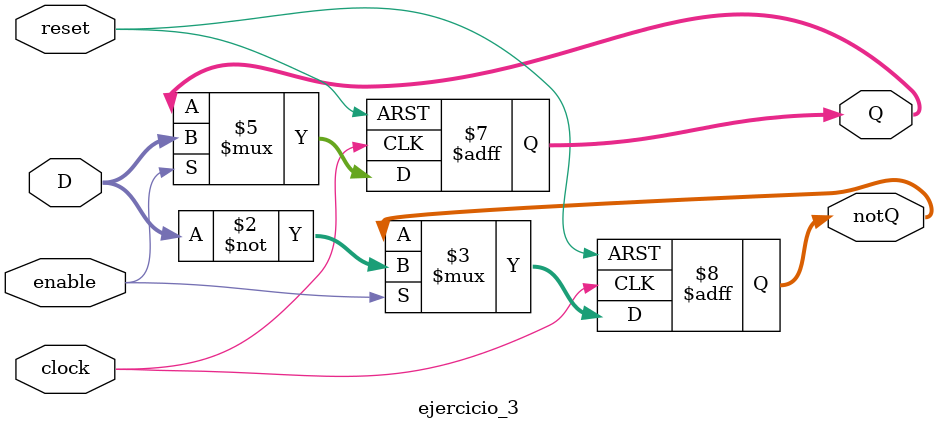
<source format=v>
`timescale 1ns / 1ps
module ejercicio_3#(parameter N=32)(
	input wire [N-1:0]D,
	output reg [N-1:0]Q,
	output reg [N-1:0]notQ,
	input wire enable,
	input wire reset,
	input wire clock
    );
	 
	 always@(posedge clock or posedge reset)
	 begin
		if(reset)
		begin
			Q <= 0;
			notQ <= 1;
		end
		else if(enable)
		begin
			Q <= D;
			notQ <= ~D;
		end
	 end
	 
	 
endmodule

</source>
